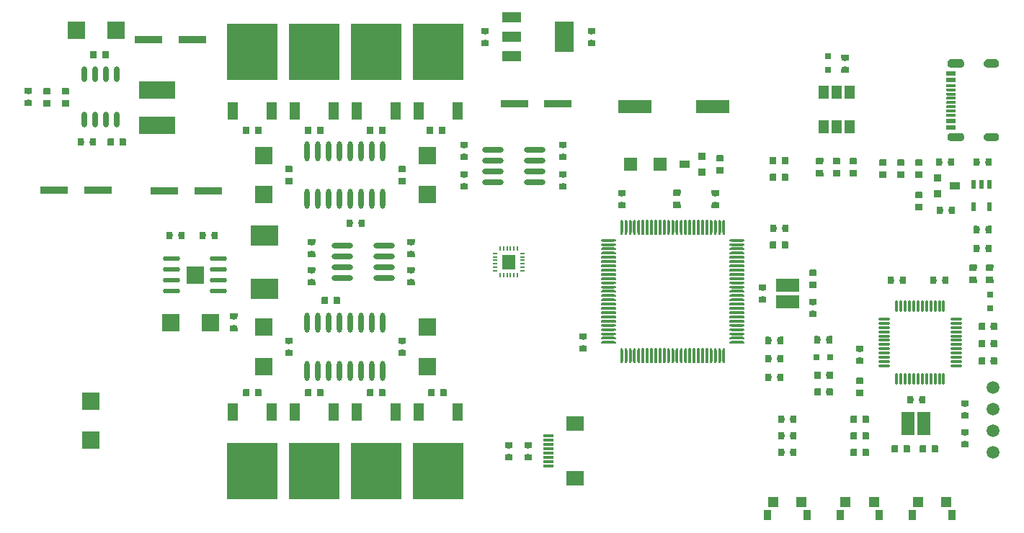
<source format=gtp>
G04*
G04 #@! TF.GenerationSoftware,Altium Limited,Altium Designer,20.1.11 (218)*
G04*
G04 Layer_Color=8421504*
%FSLAX25Y25*%
%MOIN*%
G70*
G04*
G04 #@! TF.SameCoordinates,8D0FCBAB-09EC-4A3B-B863-23265075E7EF*
G04*
G04*
G04 #@! TF.FilePolarity,Positive*
G04*
G01*
G75*
%ADD24R,0.03150X0.03150*%
%ADD25R,0.03543X0.03150*%
%ADD26C,0.05906*%
%ADD27R,0.03150X0.03150*%
%ADD28R,0.07874X0.07874*%
%ADD29R,0.07874X0.07874*%
%ADD30R,0.03150X0.03543*%
%ADD31R,0.06299X0.07087*%
%ADD32O,0.02165X0.00787*%
%ADD33O,0.00787X0.02165*%
%ADD34R,0.15748X0.05906*%
%ADD35R,0.04724X0.06299*%
%ADD36R,0.06000X0.06000*%
%ADD37R,0.05000X0.03600*%
%ADD38R,0.03600X0.03600*%
%ADD39O,0.05906X0.01063*%
%ADD40O,0.01063X0.05906*%
%ADD41R,0.05906X0.10630*%
%ADD42R,0.03540X0.04720*%
%ADD43R,0.04720X0.05120*%
%ADD44O,0.02362X0.09252*%
%ADD45O,0.08024X0.02260*%
%ADD46O,0.06299X0.01181*%
%ADD47O,0.01181X0.06299*%
%ADD48O,0.02480X0.07343*%
%ADD49R,0.04724X0.01181*%
%ADD50R,0.07874X0.07087*%
%ADD51R,0.16930X0.07870*%
%ADD52R,0.04490X0.01970*%
%ADD53R,0.04490X0.01180*%
%ADD54R,0.13071X0.09740*%
%ADD55R,0.12835X0.03583*%
%ADD56R,0.02362X0.03937*%
%ADD57R,0.04724X0.07874*%
%ADD58R,0.23622X0.26378*%
%ADD59R,0.08661X0.14173*%
%ADD60R,0.08661X0.04724*%
%ADD61O,0.09843X0.02756*%
%ADD62R,0.10630X0.05906*%
G36*
X39901Y108167D02*
Y107002D01*
X38744Y105415D01*
X37656D01*
X36499Y107002D01*
Y108167D01*
X36751Y108419D01*
X39649D01*
X39901Y108167D01*
D02*
G37*
G36*
X-9215D02*
Y107002D01*
X-10372Y105415D01*
X-11460D01*
X-12617Y107002D01*
Y108167D01*
X-12365Y108419D01*
X-9467D01*
X-9215Y108167D01*
D02*
G37*
G36*
X39901Y101349D02*
Y100184D01*
X39649Y99932D01*
X36751D01*
X36499Y100184D01*
Y101349D01*
X37656Y102935D01*
X38744D01*
X39901Y101349D01*
D02*
G37*
G36*
X-9215D02*
Y100184D01*
X-9467Y99932D01*
X-12365D01*
X-12617Y100184D01*
Y101349D01*
X-11460Y102935D01*
X-10372D01*
X-9215Y101349D01*
D02*
G37*
G36*
X-185112Y97449D02*
Y94551D01*
X-185364Y94299D01*
X-186529D01*
X-188115Y95456D01*
Y96544D01*
X-186529Y97701D01*
X-185364D01*
X-185112Y97449D01*
D02*
G37*
G36*
X-190596Y96544D02*
Y95456D01*
X-192182Y94299D01*
X-193347D01*
X-193599Y94551D01*
Y97449D01*
X-193347Y97701D01*
X-192182D01*
X-190596Y96544D01*
D02*
G37*
G36*
X157201Y95822D02*
Y94657D01*
X156044Y93071D01*
X154956D01*
X153799Y94657D01*
Y95822D01*
X154051Y96074D01*
X156949D01*
X157201Y95822D01*
D02*
G37*
G36*
X225936Y93480D02*
X226490Y92926D01*
X226790Y92202D01*
Y91418D01*
X226490Y90694D01*
X225936Y90140D01*
X225212Y89840D01*
X221278D01*
X220554Y90140D01*
X220000Y90694D01*
X219700Y91418D01*
Y92202D01*
X220000Y92926D01*
X220554Y93480D01*
X221278Y93780D01*
X225212D01*
X225936Y93480D01*
D02*
G37*
G36*
X209876D02*
X210430Y92926D01*
X210730Y92202D01*
Y91418D01*
X210430Y90694D01*
X209876Y90140D01*
X209152Y89840D01*
X204428D01*
X203704Y90140D01*
X203150Y90694D01*
X202850Y91418D01*
Y92202D01*
X203150Y92926D01*
X203704Y93480D01*
X204428Y93780D01*
X209152D01*
X209876Y93480D01*
D02*
G37*
G36*
X157201Y89004D02*
Y87839D01*
X156949Y87587D01*
X154051D01*
X153799Y87839D01*
Y89004D01*
X154956Y90591D01*
X156044D01*
X157201Y89004D01*
D02*
G37*
G36*
X206800Y86410D02*
X202310D01*
Y88380D01*
X206800D01*
Y86410D01*
D02*
G37*
G36*
Y83260D02*
X202310D01*
Y85230D01*
X206800D01*
Y83260D01*
D02*
G37*
G36*
Y81100D02*
X202310D01*
Y82280D01*
X206800D01*
Y81100D01*
D02*
G37*
G36*
Y79130D02*
X202310D01*
Y80310D01*
X206800D01*
Y79130D01*
D02*
G37*
G36*
X-220599Y80383D02*
Y79218D01*
X-221756Y77632D01*
X-222844D01*
X-224001Y79218D01*
Y80383D01*
X-223749Y80635D01*
X-220851D01*
X-220599Y80383D01*
D02*
G37*
G36*
X-203399Y80322D02*
Y79157D01*
X-204556Y77571D01*
X-205644D01*
X-206801Y79157D01*
Y80322D01*
X-206549Y80574D01*
X-203651D01*
X-203399Y80322D01*
D02*
G37*
G36*
X-211999D02*
Y79157D01*
X-213156Y77571D01*
X-214244D01*
X-215401Y79157D01*
Y80322D01*
X-215149Y80574D01*
X-212251D01*
X-211999Y80322D01*
D02*
G37*
G36*
X206800Y77160D02*
X202310D01*
Y78340D01*
X206800D01*
Y77160D01*
D02*
G37*
G36*
Y75190D02*
X202310D01*
Y76370D01*
X206800D01*
Y75190D01*
D02*
G37*
G36*
Y73230D02*
X202310D01*
Y74410D01*
X206800D01*
Y73230D01*
D02*
G37*
G36*
X-220599Y73565D02*
Y72400D01*
X-220851Y72148D01*
X-223749D01*
X-224001Y72400D01*
Y73565D01*
X-222844Y75151D01*
X-221756D01*
X-220599Y73565D01*
D02*
G37*
G36*
X-203399Y73504D02*
Y72339D01*
X-203651Y72087D01*
X-206549D01*
X-206801Y72339D01*
Y73504D01*
X-205644Y75090D01*
X-204556D01*
X-203399Y73504D01*
D02*
G37*
G36*
X-211999D02*
Y72339D01*
X-212251Y72087D01*
X-215149D01*
X-215401Y72339D01*
Y73504D01*
X-214244Y75090D01*
X-213156D01*
X-211999Y73504D01*
D02*
G37*
G36*
X206800Y71260D02*
X202310D01*
Y72440D01*
X206800D01*
Y71260D01*
D02*
G37*
G36*
Y69290D02*
X202310D01*
Y70470D01*
X206800D01*
Y69290D01*
D02*
G37*
G36*
Y67320D02*
X202310D01*
Y68500D01*
X206800D01*
Y67320D01*
D02*
G37*
G36*
Y64370D02*
X202310D01*
Y66340D01*
X206800D01*
Y64370D01*
D02*
G37*
G36*
Y61220D02*
X202310D01*
Y63190D01*
X206800D01*
Y61220D01*
D02*
G37*
G36*
X-29412Y62449D02*
Y59551D01*
X-29664Y59299D01*
X-30829D01*
X-32415Y60456D01*
Y61544D01*
X-30829Y62701D01*
X-29664D01*
X-29412Y62449D01*
D02*
G37*
G36*
X-34896Y61544D02*
Y60456D01*
X-36482Y59299D01*
X-37647D01*
X-37899Y59551D01*
Y62449D01*
X-37647Y62701D01*
X-36482D01*
X-34896Y61544D01*
D02*
G37*
G36*
X-57075Y62449D02*
Y59551D01*
X-57327Y59299D01*
X-58492D01*
X-60078Y60456D01*
Y61544D01*
X-58492Y62701D01*
X-57327D01*
X-57075Y62449D01*
D02*
G37*
G36*
X-62559Y61544D02*
Y60456D01*
X-64145Y59299D01*
X-65310D01*
X-65562Y59551D01*
Y62449D01*
X-65310Y62701D01*
X-64145D01*
X-62559Y61544D01*
D02*
G37*
G36*
X-85742Y62449D02*
Y59551D01*
X-85994Y59299D01*
X-87159D01*
X-88745Y60456D01*
Y61544D01*
X-87159Y62701D01*
X-85994D01*
X-85742Y62449D01*
D02*
G37*
G36*
X-91225Y61544D02*
Y60456D01*
X-92812Y59299D01*
X-93977D01*
X-94229Y59551D01*
Y62449D01*
X-93977Y62701D01*
X-92812D01*
X-91225Y61544D01*
D02*
G37*
G36*
X-114409Y62449D02*
Y59551D01*
X-114661Y59299D01*
X-115826D01*
X-117412Y60456D01*
Y61544D01*
X-115826Y62701D01*
X-114661D01*
X-114409Y62449D01*
D02*
G37*
G36*
X-119892Y61544D02*
Y60456D01*
X-121478Y59299D01*
X-122643D01*
X-122895Y59551D01*
Y62449D01*
X-122643Y62701D01*
X-121478D01*
X-119892Y61544D01*
D02*
G37*
G36*
X225936Y59460D02*
X226490Y58906D01*
X226790Y58182D01*
Y57398D01*
X226490Y56674D01*
X225936Y56120D01*
X225212Y55820D01*
X221278D01*
X220554Y56120D01*
X220000Y56674D01*
X219700Y57398D01*
Y58182D01*
X220000Y58906D01*
X220554Y59460D01*
X221278Y59760D01*
X225212D01*
X225936Y59460D01*
D02*
G37*
G36*
X209876D02*
X210430Y58906D01*
X210730Y58182D01*
Y57398D01*
X210430Y56674D01*
X209876Y56120D01*
X209152Y55820D01*
X204428D01*
X203704Y56120D01*
X203150Y56674D01*
X202850Y57398D01*
Y58182D01*
X203150Y58906D01*
X203704Y59460D01*
X204428Y59760D01*
X209152D01*
X209876Y59460D01*
D02*
G37*
G36*
X-177101Y56949D02*
Y54051D01*
X-177353Y53799D01*
X-178518D01*
X-180104Y54956D01*
Y56044D01*
X-178518Y57201D01*
X-177353D01*
X-177101Y56949D01*
D02*
G37*
G36*
X-182585Y56044D02*
Y54956D01*
X-184171Y53799D01*
X-185336D01*
X-185588Y54051D01*
Y56949D01*
X-185336Y57201D01*
X-184171D01*
X-182585Y56044D01*
D02*
G37*
G36*
X-191012Y56949D02*
Y54051D01*
X-191264Y53799D01*
X-192429D01*
X-194015Y54956D01*
Y56044D01*
X-192429Y57201D01*
X-191264D01*
X-191012Y56949D01*
D02*
G37*
G36*
X-196496Y56044D02*
Y54956D01*
X-198082Y53799D01*
X-199247D01*
X-199499Y54051D01*
Y56949D01*
X-199247Y57201D01*
X-198082D01*
X-196496Y56044D01*
D02*
G37*
G36*
X26801Y55436D02*
Y54271D01*
X25644Y52685D01*
X24556D01*
X23399Y54271D01*
Y55436D01*
X23651Y55688D01*
X26549D01*
X26801Y55436D01*
D02*
G37*
G36*
X-19002D02*
Y54271D01*
X-20159Y52685D01*
X-21247D01*
X-22404Y54271D01*
Y55436D01*
X-22152Y55688D01*
X-19254D01*
X-19002Y55436D01*
D02*
G37*
G36*
X26801Y48618D02*
Y47453D01*
X26549Y47201D01*
X23651D01*
X23399Y47453D01*
Y48618D01*
X24556Y50204D01*
X25644D01*
X26801Y48618D01*
D02*
G37*
G36*
X-19002D02*
Y47453D01*
X-19254Y47201D01*
X-22152D01*
X-22404Y47453D01*
Y48618D01*
X-21247Y50204D01*
X-20159D01*
X-19002Y48618D01*
D02*
G37*
G36*
X99301Y49322D02*
Y48157D01*
X98144Y46571D01*
X97056D01*
X95899Y48157D01*
Y49322D01*
X96151Y49574D01*
X99049D01*
X99301Y49322D01*
D02*
G37*
G36*
X129260Y48462D02*
Y45564D01*
X129008Y45312D01*
X127843D01*
X126257Y46469D01*
Y47557D01*
X127843Y48714D01*
X129008D01*
X129260Y48462D01*
D02*
G37*
G36*
X123777Y47557D02*
Y46469D01*
X122191Y45312D01*
X121026D01*
X120774Y45564D01*
Y48462D01*
X121026Y48714D01*
X122191D01*
X123777Y47557D01*
D02*
G37*
G36*
X161034Y47869D02*
Y46705D01*
X159878Y45118D01*
X158789D01*
X157633Y46705D01*
Y47869D01*
X157885Y48121D01*
X160782D01*
X161034Y47869D01*
D02*
G37*
G36*
X153260D02*
Y46705D01*
X152103Y45118D01*
X151015D01*
X149858Y46705D01*
Y47869D01*
X150110Y48121D01*
X153008D01*
X153260Y47869D01*
D02*
G37*
G36*
X145485D02*
Y46705D01*
X144328Y45118D01*
X143240D01*
X142083Y46705D01*
Y47869D01*
X142335Y48121D01*
X145233D01*
X145485Y47869D01*
D02*
G37*
G36*
X191349Y47320D02*
Y46155D01*
X190192Y44569D01*
X189104D01*
X187947Y46155D01*
Y47320D01*
X188199Y47572D01*
X191097D01*
X191349Y47320D01*
D02*
G37*
G36*
X183064Y47259D02*
Y46094D01*
X181908Y44508D01*
X180819D01*
X179663Y46094D01*
Y47259D01*
X179915Y47511D01*
X182812D01*
X183064Y47259D01*
D02*
G37*
G36*
X174801D02*
Y46094D01*
X173644Y44508D01*
X172556D01*
X171399Y46094D01*
Y47259D01*
X171651Y47511D01*
X174549D01*
X174801Y47259D01*
D02*
G37*
G36*
X223466Y47633D02*
Y44735D01*
X223214Y44483D01*
X222049D01*
X220463Y45640D01*
Y46729D01*
X222049Y47885D01*
X223214D01*
X223466Y47633D01*
D02*
G37*
G36*
X217982Y46729D02*
Y45640D01*
X216396Y44483D01*
X215231D01*
X214979Y44735D01*
Y47633D01*
X215231Y47885D01*
X216396D01*
X217982Y46729D01*
D02*
G37*
G36*
X206047Y47633D02*
Y44735D01*
X205795Y44483D01*
X204630D01*
X203044Y45640D01*
Y46729D01*
X204630Y47885D01*
X205795D01*
X206047Y47633D01*
D02*
G37*
G36*
X200563Y46729D02*
Y45640D01*
X198977Y44483D01*
X197812D01*
X197560Y44735D01*
Y47633D01*
X197812Y47885D01*
X198977D01*
X200563Y46729D01*
D02*
G37*
G36*
X-47671Y44306D02*
Y43141D01*
X-48828Y41555D01*
X-49916D01*
X-51073Y43141D01*
Y44306D01*
X-50821Y44558D01*
X-47923D01*
X-47671Y44306D01*
D02*
G37*
G36*
X-100051D02*
Y43141D01*
X-101208Y41555D01*
X-102296D01*
X-103453Y43141D01*
Y44306D01*
X-103201Y44558D01*
X-100303D01*
X-100051Y44306D01*
D02*
G37*
G36*
X99301Y42504D02*
Y41339D01*
X99049Y41087D01*
X96151D01*
X95899Y41339D01*
Y42504D01*
X97056Y44090D01*
X98144D01*
X99301Y42504D01*
D02*
G37*
G36*
X161034Y41052D02*
Y39887D01*
X160782Y39635D01*
X157885D01*
X157633Y39887D01*
Y41052D01*
X158789Y42638D01*
X159878D01*
X161034Y41052D01*
D02*
G37*
G36*
X153260D02*
Y39887D01*
X153008Y39635D01*
X150110D01*
X149858Y39887D01*
Y41052D01*
X151015Y42638D01*
X152103D01*
X153260Y41052D01*
D02*
G37*
G36*
X145485D02*
Y39887D01*
X145233Y39635D01*
X142335D01*
X142083Y39887D01*
Y41052D01*
X143240Y42638D01*
X144328D01*
X145485Y41052D01*
D02*
G37*
G36*
X191349Y40502D02*
Y39337D01*
X191097Y39085D01*
X188199D01*
X187947Y39337D01*
Y40502D01*
X189104Y42088D01*
X190192D01*
X191349Y40502D01*
D02*
G37*
G36*
X26801Y41836D02*
Y40671D01*
X25644Y39085D01*
X24556D01*
X23399Y40671D01*
Y41836D01*
X23651Y42088D01*
X26549D01*
X26801Y41836D01*
D02*
G37*
G36*
X-19002D02*
Y40671D01*
X-20159Y39085D01*
X-21247D01*
X-22404Y40671D01*
Y41836D01*
X-22152Y42088D01*
X-19254D01*
X-19002Y41836D01*
D02*
G37*
G36*
X183064Y40441D02*
Y39276D01*
X182812Y39024D01*
X179915D01*
X179663Y39276D01*
Y40441D01*
X180819Y42027D01*
X181908D01*
X183064Y40441D01*
D02*
G37*
G36*
X174801D02*
Y39276D01*
X174549Y39024D01*
X171651D01*
X171399Y39276D01*
Y40441D01*
X172556Y42027D01*
X173644D01*
X174801Y40441D01*
D02*
G37*
G36*
X129260Y40687D02*
Y37789D01*
X129008Y37537D01*
X127843D01*
X126257Y38694D01*
Y39783D01*
X127843Y40939D01*
X129008D01*
X129260Y40687D01*
D02*
G37*
G36*
X123777Y39783D02*
Y38694D01*
X122191Y37537D01*
X121026D01*
X120774Y37789D01*
Y40687D01*
X121026Y40939D01*
X122191D01*
X123777Y39783D01*
D02*
G37*
G36*
X-47671Y37488D02*
Y36323D01*
X-47923Y36071D01*
X-50821D01*
X-51073Y36323D01*
Y37488D01*
X-49916Y39075D01*
X-48828D01*
X-47671Y37488D01*
D02*
G37*
G36*
X-100051D02*
Y36323D01*
X-100303Y36071D01*
X-103201D01*
X-103453Y36323D01*
Y37488D01*
X-102296Y39075D01*
X-101208D01*
X-100051Y37488D01*
D02*
G37*
G36*
X26801Y35018D02*
Y33853D01*
X26549Y33601D01*
X23651D01*
X23399Y33853D01*
Y35018D01*
X24556Y36604D01*
X25644D01*
X26801Y35018D01*
D02*
G37*
G36*
X-19002D02*
Y33853D01*
X-19254Y33601D01*
X-22152D01*
X-22404Y33853D01*
Y35018D01*
X-21247Y36604D01*
X-20159D01*
X-19002Y35018D01*
D02*
G37*
G36*
X79501Y33197D02*
Y32032D01*
X78344Y30446D01*
X77256D01*
X76099Y32032D01*
Y33197D01*
X76351Y33449D01*
X79249D01*
X79501Y33197D01*
D02*
G37*
G36*
X97201Y33136D02*
Y31971D01*
X96044Y30385D01*
X94956D01*
X93799Y31971D01*
Y33136D01*
X94051Y33388D01*
X96949D01*
X97201Y33136D01*
D02*
G37*
G36*
X53901D02*
Y31971D01*
X52744Y30385D01*
X51656D01*
X50499Y31971D01*
Y33136D01*
X50751Y33388D01*
X53649D01*
X53901Y33136D01*
D02*
G37*
G36*
X191349Y32331D02*
Y31166D01*
X190192Y29580D01*
X189104D01*
X187947Y31166D01*
Y32331D01*
X188199Y32583D01*
X191097D01*
X191349Y32331D01*
D02*
G37*
G36*
X79501Y26379D02*
Y25214D01*
X79249Y24962D01*
X76351D01*
X76099Y25214D01*
Y26379D01*
X77256Y27965D01*
X78344D01*
X79501Y26379D01*
D02*
G37*
G36*
X97201Y26318D02*
Y25153D01*
X96949Y24901D01*
X94051D01*
X93799Y25153D01*
Y26318D01*
X94956Y27904D01*
X96044D01*
X97201Y26318D01*
D02*
G37*
G36*
X53901D02*
Y25153D01*
X53649Y24901D01*
X50751D01*
X50499Y25153D01*
Y26318D01*
X51656Y27904D01*
X52744D01*
X53901Y26318D01*
D02*
G37*
G36*
X191349Y25513D02*
Y24348D01*
X191097Y24096D01*
X188199D01*
X187947Y24348D01*
Y25513D01*
X189104Y27099D01*
X190192D01*
X191349Y25513D01*
D02*
G37*
G36*
X206347Y25433D02*
Y22535D01*
X206095Y22283D01*
X204930D01*
X203344Y23440D01*
Y24529D01*
X204930Y25685D01*
X206095D01*
X206347Y25433D01*
D02*
G37*
G36*
X200863Y24529D02*
Y23440D01*
X199277Y22283D01*
X198112D01*
X197860Y22535D01*
Y25433D01*
X198112Y25685D01*
X199277D01*
X200863Y24529D01*
D02*
G37*
G36*
X-66651Y19455D02*
Y16557D01*
X-66903Y16306D01*
X-68068D01*
X-69654Y17462D01*
Y18551D01*
X-68068Y19707D01*
X-66903D01*
X-66651Y19455D01*
D02*
G37*
G36*
X-72135Y18551D02*
Y17462D01*
X-73721Y16306D01*
X-74886D01*
X-75138Y16557D01*
Y19455D01*
X-74886Y19707D01*
X-73721D01*
X-72135Y18551D01*
D02*
G37*
G36*
X129321Y17102D02*
Y14205D01*
X129069Y13953D01*
X127904D01*
X126318Y15109D01*
Y16198D01*
X127904Y17354D01*
X129069D01*
X129321Y17102D01*
D02*
G37*
G36*
X123838Y16198D02*
Y15109D01*
X122252Y13953D01*
X121087D01*
X120835Y14205D01*
Y17102D01*
X121087Y17354D01*
X122252D01*
X123838Y16198D01*
D02*
G37*
G36*
X223466Y16533D02*
Y13635D01*
X223214Y13383D01*
X222049D01*
X220463Y14540D01*
Y15629D01*
X222049Y16785D01*
X223214D01*
X223466Y16533D01*
D02*
G37*
G36*
X217982Y15629D02*
Y14540D01*
X216396Y13383D01*
X215231D01*
X214979Y13635D01*
Y16533D01*
X215231Y16785D01*
X216396D01*
X217982Y15629D01*
D02*
G37*
G36*
X99702Y19716D02*
X100048Y19370D01*
Y19126D01*
Y13220D01*
X100048Y12976D01*
X99702Y12630D01*
X99213D01*
X98867Y12976D01*
X98867Y13220D01*
Y19126D01*
Y19370D01*
X99213Y19716D01*
X99702Y19716D01*
D02*
G37*
G36*
X98080Y19370D02*
Y19126D01*
Y13220D01*
Y12975D01*
X97734Y12630D01*
X97245D01*
X96899Y12976D01*
X96899Y13220D01*
Y19126D01*
Y19370D01*
X97245Y19716D01*
X97734D01*
X98080Y19370D01*
D02*
G37*
G36*
X95765Y19716D02*
X96111Y19370D01*
Y19126D01*
Y13220D01*
Y12976D01*
X95765Y12630D01*
X95276D01*
X94930Y12976D01*
X94930Y13220D01*
Y19126D01*
Y19370D01*
X95276Y19716D01*
X95765Y19716D01*
D02*
G37*
G36*
X94143Y19370D02*
Y19126D01*
X94143Y13220D01*
X94143Y12975D01*
X93797Y12630D01*
X93308D01*
X92962Y12976D01*
X92962Y13220D01*
Y19126D01*
Y19370D01*
X93308Y19716D01*
X93797D01*
X94143Y19370D01*
D02*
G37*
G36*
X90205Y19370D02*
X90205Y19126D01*
Y13220D01*
X90205Y12976D01*
X89859Y12630D01*
X89370Y12630D01*
X89024Y12975D01*
Y13220D01*
Y19126D01*
Y19370D01*
X89370Y19716D01*
X89859Y19716D01*
X90205Y19370D01*
D02*
G37*
G36*
X86268D02*
Y19126D01*
Y13220D01*
Y12976D01*
X85922Y12630D01*
X85433D01*
X85087Y12975D01*
Y13220D01*
Y19126D01*
Y19370D01*
X85433Y19716D01*
X85922D01*
X86268Y19370D01*
D02*
G37*
G36*
X81985Y19716D02*
X82331Y19370D01*
Y19126D01*
Y13220D01*
X82331Y12976D01*
X81985Y12630D01*
X81496D01*
X81150Y12975D01*
X81150Y13220D01*
Y19126D01*
X81150Y19370D01*
X81496Y19716D01*
X81985Y19716D01*
D02*
G37*
G36*
X80363Y19370D02*
Y19126D01*
Y13220D01*
Y12975D01*
X80017Y12630D01*
X79528D01*
X79182Y12976D01*
Y13220D01*
Y19126D01*
Y19370D01*
X79528Y19716D01*
X80017Y19716D01*
X80363Y19370D01*
D02*
G37*
G36*
X78048Y19716D02*
X78394Y19370D01*
Y19126D01*
Y13220D01*
X78394Y12976D01*
X78048Y12630D01*
X77559D01*
X77213Y12976D01*
X77213Y13220D01*
Y19126D01*
Y19370D01*
X77559Y19716D01*
X78048Y19716D01*
D02*
G37*
G36*
X76425Y19370D02*
Y19126D01*
Y13220D01*
X76425Y12976D01*
X76079Y12630D01*
X75590D01*
X75244Y12975D01*
Y13220D01*
Y19126D01*
Y19370D01*
X75590Y19716D01*
X76079D01*
X76425Y19370D01*
D02*
G37*
G36*
X74111Y19716D02*
X74457Y19370D01*
Y19126D01*
Y13220D01*
Y12976D01*
X74111Y12630D01*
X73622D01*
X73276Y12976D01*
X73276Y13220D01*
Y19126D01*
Y19370D01*
X73622Y19716D01*
X74111Y19716D01*
D02*
G37*
G36*
X72488Y19370D02*
Y19126D01*
Y13220D01*
X72488Y12976D01*
X72142Y12630D01*
X71653D01*
X71307Y12975D01*
Y13220D01*
Y19126D01*
Y19370D01*
X71653Y19716D01*
X72142D01*
X72488Y19370D01*
D02*
G37*
G36*
X68551D02*
Y19126D01*
Y13220D01*
X68551Y12976D01*
X68205Y12630D01*
X67716D01*
X67370Y12975D01*
Y13220D01*
Y19126D01*
Y19370D01*
X67716Y19716D01*
X68205Y19716D01*
X68551Y19370D01*
D02*
G37*
G36*
X58709Y19370D02*
Y19126D01*
Y13220D01*
Y12975D01*
X58363Y12630D01*
X57874D01*
X57528Y12976D01*
X57528Y13220D01*
Y19126D01*
X57528Y19370D01*
X57874Y19716D01*
X58363Y19716D01*
X58709Y19370D01*
D02*
G37*
G36*
X56741Y19370D02*
Y19126D01*
Y13220D01*
X56741Y12976D01*
X56395Y12630D01*
X55906D01*
X55560Y12975D01*
Y13220D01*
Y19126D01*
Y19370D01*
X55906Y19716D01*
X56395D01*
X56741Y19370D01*
D02*
G37*
G36*
X54772Y19370D02*
Y19126D01*
Y13220D01*
Y12975D01*
X54426Y12630D01*
X53937D01*
X53591Y12976D01*
Y13220D01*
Y19126D01*
Y19370D01*
X53937Y19716D01*
X54426Y19716D01*
X54772Y19370D01*
D02*
G37*
G36*
X52804Y19370D02*
Y19126D01*
Y13220D01*
X52804Y12976D01*
X52458Y12630D01*
X51969D01*
X51623Y12975D01*
Y13220D01*
Y19126D01*
Y19370D01*
X51969Y19716D01*
X52458D01*
X52804Y19370D01*
D02*
G37*
G36*
X91828Y19716D02*
X92174Y19370D01*
X92174Y19126D01*
Y13220D01*
X92174Y12976D01*
X91828Y12630D01*
X91339Y12630D01*
X90993Y12976D01*
X90993Y13220D01*
Y19126D01*
Y19370D01*
X91339Y19716D01*
X91828Y19716D01*
D02*
G37*
G36*
X87891D02*
X88237Y19370D01*
Y19126D01*
Y13220D01*
X88237Y12976D01*
X87891Y12630D01*
X87402Y12630D01*
X87056Y12976D01*
X87056Y13220D01*
Y19126D01*
Y19370D01*
X87402Y19716D01*
X87891Y19716D01*
D02*
G37*
G36*
X84300Y19370D02*
Y19126D01*
Y13220D01*
Y12975D01*
X83954Y12630D01*
X83465Y12630D01*
X83119Y12976D01*
X83119Y13220D01*
Y19126D01*
X83119Y19370D01*
X83465Y19716D01*
X83954Y19716D01*
X84300Y19370D01*
D02*
G37*
G36*
X70174Y19716D02*
X70520Y19370D01*
Y19126D01*
Y13220D01*
X70520Y12976D01*
X70174Y12630D01*
X69685Y12630D01*
X69339Y12976D01*
X69339Y13220D01*
Y19126D01*
Y19370D01*
X69685Y19716D01*
X70174Y19716D01*
D02*
G37*
G36*
X66237D02*
X66583Y19370D01*
Y19126D01*
X66583Y13220D01*
Y12976D01*
X66237Y12630D01*
X65748Y12630D01*
X65402Y12976D01*
X65402Y13220D01*
Y19126D01*
Y19370D01*
X65748Y19716D01*
X66237Y19716D01*
D02*
G37*
G36*
X64615Y19370D02*
Y19126D01*
Y13220D01*
X64615Y12976D01*
X64269Y12630D01*
X63780Y12630D01*
X63434Y12976D01*
Y13220D01*
Y19126D01*
Y19370D01*
X63780Y19716D01*
X64269Y19716D01*
X64615Y19370D01*
D02*
G37*
G36*
X62646Y19370D02*
Y19126D01*
Y13220D01*
Y12975D01*
X62300Y12630D01*
X61811Y12630D01*
X61465Y12976D01*
X61465Y13220D01*
Y19126D01*
Y19370D01*
X61811Y19716D01*
X62300D01*
X62646Y19370D01*
D02*
G37*
G36*
X60678Y19370D02*
Y19126D01*
Y13220D01*
X60678Y12976D01*
X60332Y12630D01*
X59843Y12630D01*
X59497Y12976D01*
Y13220D01*
X59497Y19126D01*
Y19370D01*
X59843Y19716D01*
X60332Y19716D01*
X60678Y19370D01*
D02*
G37*
G36*
X-134628Y13801D02*
Y10903D01*
X-134880Y10651D01*
X-136045D01*
X-137631Y11808D01*
Y12896D01*
X-136045Y14053D01*
X-134880D01*
X-134628Y13801D01*
D02*
G37*
G36*
X-140111Y12896D02*
Y11808D01*
X-141698Y10651D01*
X-142863D01*
X-143115Y10903D01*
Y13801D01*
X-142863Y14053D01*
X-141698D01*
X-140111Y12896D01*
D02*
G37*
G36*
X-149928Y13801D02*
Y10903D01*
X-150180Y10651D01*
X-151345D01*
X-152931Y11808D01*
Y12896D01*
X-151345Y14053D01*
X-150180D01*
X-149928Y13801D01*
D02*
G37*
G36*
X-155412Y12896D02*
Y11808D01*
X-156998Y10651D01*
X-158163D01*
X-158415Y10903D01*
Y13801D01*
X-158163Y14053D01*
X-156998D01*
X-155412Y12896D01*
D02*
G37*
G36*
X49655Y10316D02*
X49655Y9826D01*
X49309Y9480D01*
X49064Y9480D01*
X42914D01*
X42568Y9826D01*
Y10316D01*
X42914Y10661D01*
X49309D01*
X49655Y10316D01*
D02*
G37*
G36*
X108757Y10661D02*
X109103Y10316D01*
X109103Y9826D01*
X108757Y9480D01*
X108512Y9480D01*
X102607Y9480D01*
X102365Y9483D01*
X102024Y9829D01*
X102024Y10313D01*
X102365Y10658D01*
X102607Y10661D01*
Y10661D01*
X108512D01*
X108757Y10661D01*
D02*
G37*
G36*
X-43499Y10447D02*
Y9282D01*
X-44656Y7696D01*
X-45744D01*
X-46901Y9282D01*
Y10447D01*
X-46649Y10699D01*
X-43751D01*
X-43499Y10447D01*
D02*
G37*
G36*
X-89499D02*
Y9282D01*
X-90656Y7696D01*
X-91744D01*
X-92901Y9282D01*
Y10447D01*
X-92649Y10699D01*
X-89751D01*
X-89499Y10447D01*
D02*
G37*
G36*
X102607Y8693D02*
X108757D01*
X109103Y8348D01*
X109103Y7858D01*
X108757Y7512D01*
X102362D01*
X102016Y7858D01*
X102016Y8348D01*
X102362Y8693D01*
X102607Y8693D01*
D02*
G37*
G36*
X49655Y8348D02*
X49655Y7858D01*
X49309Y7512D01*
X42914D01*
X42568Y7858D01*
Y8348D01*
X42914Y8693D01*
X49064D01*
X49309Y8693D01*
X49655Y8348D01*
D02*
G37*
G36*
X129260Y9349D02*
Y6451D01*
X129008Y6199D01*
X127843D01*
X126257Y7356D01*
Y8444D01*
X127843Y9601D01*
X129008D01*
X129260Y9349D01*
D02*
G37*
G36*
X123777Y8444D02*
Y7356D01*
X122191Y6199D01*
X121026D01*
X120774Y6451D01*
Y9349D01*
X121026Y9601D01*
X122191D01*
X123777Y8444D01*
D02*
G37*
G36*
X108757Y6724D02*
X109103Y6379D01*
Y5889D01*
X108757Y5543D01*
X102362D01*
X102016Y5889D01*
X102016Y6379D01*
X102362Y6724D01*
X108512D01*
X108757Y6724D01*
D02*
G37*
G36*
X49655Y6379D02*
X49655Y5889D01*
X49309Y5543D01*
X42914D01*
X42568Y5889D01*
Y6379D01*
X42914Y6724D01*
X49309D01*
X49655Y6379D01*
D02*
G37*
G36*
X223466Y7833D02*
Y4935D01*
X223214Y4683D01*
X222049D01*
X220463Y5840D01*
Y6928D01*
X222049Y8085D01*
X223214D01*
X223466Y7833D01*
D02*
G37*
G36*
X217982Y6928D02*
Y5840D01*
X216396Y4683D01*
X215231D01*
X214979Y4935D01*
Y7833D01*
X215231Y8085D01*
X216396D01*
X217982Y6928D01*
D02*
G37*
G36*
X108757Y4756D02*
X109103Y4411D01*
Y3921D01*
X108757Y3575D01*
X108512Y3575D01*
X102362D01*
X102016Y3921D01*
X102016Y4411D01*
X102362Y4756D01*
X108512D01*
X108757Y4756D01*
D02*
G37*
G36*
X49655Y4411D02*
Y3921D01*
X49309Y3575D01*
X42914D01*
X42568Y3921D01*
Y4411D01*
X42914Y4756D01*
X43159D01*
X49064Y4756D01*
X49309D01*
X49655Y4411D01*
D02*
G37*
G36*
X-43499Y3629D02*
Y2464D01*
X-43751Y2212D01*
X-46649D01*
X-46901Y2464D01*
Y3629D01*
X-45744Y5215D01*
X-44656D01*
X-43499Y3629D01*
D02*
G37*
G36*
X-89499D02*
Y2464D01*
X-89751Y2212D01*
X-92649D01*
X-92901Y2464D01*
Y3629D01*
X-91744Y5215D01*
X-90656D01*
X-89499Y3629D01*
D02*
G37*
G36*
X49655Y2441D02*
X49655Y1952D01*
X49309Y1606D01*
X42914D01*
X42568Y1952D01*
X42568Y2441D01*
X42914Y2788D01*
X49064D01*
X49309Y2788D01*
X49655Y2441D01*
D02*
G37*
G36*
X108757Y2788D02*
X109103Y2441D01*
Y1952D01*
X108757Y1606D01*
X108512Y1606D01*
X102362D01*
X102016Y1952D01*
X102016Y2441D01*
X102362Y2788D01*
X108512D01*
X108757Y2788D01*
D02*
G37*
G36*
X109103Y474D02*
X109103Y-16D01*
X108757Y-362D01*
X108512Y-362D01*
Y-362D01*
X102607D01*
Y-362D01*
X102362Y-362D01*
X102016Y-16D01*
X102016Y473D01*
X102362Y819D01*
X102607Y819D01*
X102607Y819D01*
X108512D01*
X108757Y819D01*
X109103Y474D01*
D02*
G37*
G36*
X49064Y819D02*
X49309D01*
X49655Y472D01*
Y-17D01*
X49309Y-363D01*
X42914D01*
X42568Y-17D01*
X42568Y472D01*
X42914Y819D01*
X43159D01*
X49064Y819D01*
D02*
G37*
G36*
X49655Y-1496D02*
X49655Y-1985D01*
X49309Y-2331D01*
X43159D01*
X42914Y-2331D01*
X42568Y-1985D01*
X42568Y-1496D01*
X42914Y-1149D01*
X49064D01*
X49309Y-1149D01*
X49655Y-1496D01*
D02*
G37*
G36*
X102607Y-1149D02*
X108512Y-1149D01*
X108757Y-1149D01*
X109103Y-1495D01*
X109103Y-1985D01*
X108757Y-2331D01*
X108512D01*
Y-2331D01*
X102607D01*
X102362Y-2331D01*
X102016Y-1985D01*
Y-1495D01*
X102362Y-1149D01*
X102607Y-1149D01*
D02*
G37*
G36*
X224182Y-1369D02*
Y-2534D01*
X223025Y-4120D01*
X221937D01*
X220780Y-2534D01*
Y-1369D01*
X221032Y-1117D01*
X223930D01*
X224182Y-1369D01*
D02*
G37*
G36*
X216501Y-1453D02*
Y-2618D01*
X215344Y-4204D01*
X214256D01*
X213099Y-2618D01*
Y-1453D01*
X213351Y-1201D01*
X216249D01*
X216501Y-1453D01*
D02*
G37*
G36*
X109103Y-3463D02*
X109103Y-3953D01*
X108757Y-4299D01*
X108512Y-4299D01*
X102362D01*
X102016Y-3953D01*
X102016Y-3463D01*
X102362Y-3118D01*
X102607Y-3118D01*
X108757D01*
X109103Y-3463D01*
D02*
G37*
G36*
X49309Y-3118D02*
X49655Y-3464D01*
X49655Y-3954D01*
X49309Y-4300D01*
X49064Y-4300D01*
X42914D01*
X42568Y-3954D01*
X42568Y-3464D01*
X42914Y-3118D01*
X49064D01*
X49309Y-3118D01*
D02*
G37*
G36*
X49655Y-5432D02*
X49655Y-5922D01*
X49309Y-6268D01*
X49064D01*
X43159Y-6268D01*
X42914D01*
X42568Y-5922D01*
X42568Y-5432D01*
X42914Y-5086D01*
X43159D01*
X49064Y-5086D01*
X49309Y-5086D01*
X49655Y-5432D01*
D02*
G37*
G36*
X-43499Y-2653D02*
Y-3818D01*
X-44656Y-5404D01*
X-45744D01*
X-46901Y-3818D01*
Y-2653D01*
X-46649Y-2401D01*
X-43751D01*
X-43499Y-2653D01*
D02*
G37*
G36*
X-89499D02*
Y-3818D01*
X-90656Y-5404D01*
X-91744D01*
X-92901Y-3818D01*
Y-2653D01*
X-92649Y-2401D01*
X-89751D01*
X-89499Y-2653D01*
D02*
G37*
G36*
X102607Y-5085D02*
X108512D01*
X108757Y-5085D01*
X109103Y-5432D01*
X109103Y-5921D01*
X108757Y-6267D01*
X108512Y-6267D01*
X102607D01*
X102362Y-6267D01*
X102016Y-5921D01*
X102016Y-5431D01*
X102362Y-5085D01*
X102607Y-5085D01*
D02*
G37*
G36*
X142341Y-3801D02*
Y-4966D01*
X141185Y-6552D01*
X140096D01*
X138939Y-4966D01*
Y-3801D01*
X139191Y-3549D01*
X142089D01*
X142341Y-3801D01*
D02*
G37*
G36*
X108757Y-7055D02*
X109103Y-7401D01*
X109103Y-7890D01*
X108757Y-8236D01*
X108512Y-8236D01*
X102607Y-8236D01*
X102365Y-8232D01*
X102024Y-7887D01*
Y-7403D01*
X102365Y-7058D01*
X102607Y-7055D01*
X108512D01*
X108757Y-7055D01*
D02*
G37*
G36*
X49655Y-7401D02*
X49655Y-7891D01*
X49309Y-8237D01*
X43159D01*
X42914Y-8237D01*
X42568Y-7891D01*
Y-7401D01*
X42914Y-7056D01*
X49309D01*
X49655Y-7401D01*
D02*
G37*
G36*
X224182Y-8187D02*
Y-9352D01*
X223930Y-9604D01*
X221032D01*
X220780Y-9352D01*
Y-8187D01*
X221937Y-6600D01*
X223025D01*
X224182Y-8187D01*
D02*
G37*
G36*
X216501Y-8271D02*
Y-9436D01*
X216249Y-9688D01*
X213351D01*
X213099Y-9436D01*
Y-8271D01*
X214256Y-6685D01*
X215344D01*
X216501Y-8271D01*
D02*
G37*
G36*
X203399Y-7051D02*
Y-9949D01*
X203147Y-10201D01*
X201982D01*
X200396Y-9044D01*
Y-7956D01*
X201982Y-6799D01*
X203147D01*
X203399Y-7051D01*
D02*
G37*
G36*
X197915Y-7956D02*
Y-9044D01*
X196329Y-10201D01*
X195164D01*
X194912Y-9949D01*
Y-7051D01*
X195164Y-6799D01*
X196329D01*
X197915Y-7956D01*
D02*
G37*
G36*
X183799Y-7051D02*
Y-9949D01*
X183547Y-10201D01*
X182382D01*
X180796Y-9044D01*
Y-7956D01*
X182382Y-6799D01*
X183547D01*
X183799Y-7051D01*
D02*
G37*
G36*
X178315Y-7956D02*
Y-9044D01*
X176729Y-10201D01*
X175564D01*
X175312Y-9949D01*
Y-7051D01*
X175564Y-6799D01*
X176729D01*
X178315Y-7956D01*
D02*
G37*
G36*
X108757Y-9023D02*
X109103Y-9369D01*
X109103Y-9858D01*
X108757Y-10204D01*
X102607D01*
X102362Y-10204D01*
X102016Y-9858D01*
X102016Y-9369D01*
X102362Y-9023D01*
X108512D01*
X108757Y-9023D01*
D02*
G37*
G36*
X49655Y-9369D02*
X49655Y-9859D01*
X49309Y-10205D01*
X49064Y-10205D01*
X42914D01*
X42568Y-9859D01*
X42568Y-9369D01*
X42914Y-9024D01*
X49309D01*
X49655Y-9369D01*
D02*
G37*
G36*
X-43499Y-9471D02*
Y-10636D01*
X-43751Y-10888D01*
X-46649D01*
X-46901Y-10636D01*
Y-9471D01*
X-45744Y-7885D01*
X-44656D01*
X-43499Y-9471D01*
D02*
G37*
G36*
X-89499D02*
Y-10636D01*
X-89751Y-10888D01*
X-92649D01*
X-92901Y-10636D01*
Y-9471D01*
X-91744Y-7885D01*
X-90656D01*
X-89499Y-9471D01*
D02*
G37*
G36*
X142341Y-10619D02*
Y-11784D01*
X142089Y-12036D01*
X139191D01*
X138939Y-11784D01*
Y-10619D01*
X140096Y-9032D01*
X141185D01*
X142341Y-10619D01*
D02*
G37*
G36*
X109103Y-11338D02*
Y-11827D01*
X108757Y-12173D01*
X108512Y-12173D01*
X102362D01*
X102016Y-11827D01*
Y-11338D01*
X102362Y-10992D01*
X108512D01*
X108757Y-10992D01*
X109103Y-11338D01*
D02*
G37*
G36*
X49309Y-10993D02*
X49655Y-11338D01*
X49655Y-11828D01*
X49309Y-12174D01*
X49064Y-12174D01*
X42914D01*
X42568Y-11828D01*
Y-11338D01*
X42914Y-10993D01*
X49064D01*
X49309Y-10993D01*
D02*
G37*
G36*
X119148Y-10585D02*
Y-11750D01*
X117991Y-13336D01*
X116903D01*
X115746Y-11750D01*
Y-10585D01*
X115998Y-10333D01*
X118896D01*
X119148Y-10585D01*
D02*
G37*
G36*
X108757Y-12959D02*
X109103Y-13306D01*
Y-13795D01*
X108757Y-14141D01*
X102362D01*
X102016Y-13795D01*
X102016Y-13306D01*
X102362Y-12959D01*
X108512D01*
X108757Y-12959D01*
D02*
G37*
G36*
X49655Y-13307D02*
Y-13797D01*
X49309Y-14143D01*
X49064Y-14143D01*
X43159D01*
X42914Y-14143D01*
X42568Y-13797D01*
X42568Y-13307D01*
X42914Y-12961D01*
X49309D01*
X49655Y-13307D01*
D02*
G37*
G36*
X109103Y-15274D02*
Y-15764D01*
X108757Y-16110D01*
X102362D01*
X102016Y-15764D01*
Y-15274D01*
X102362Y-14929D01*
X108512D01*
X108757Y-14929D01*
X109103Y-15274D01*
D02*
G37*
G36*
X49655Y-15276D02*
X49655Y-15765D01*
X49309Y-16111D01*
X49064Y-16111D01*
X42914D01*
X42568Y-15765D01*
Y-15276D01*
X42914Y-14930D01*
X49309D01*
X49655Y-15276D01*
D02*
G37*
G36*
X109103Y-17243D02*
X109103Y-17733D01*
X108757Y-18079D01*
X108512Y-18079D01*
X102607D01*
X102365Y-18076D01*
X102024Y-17730D01*
X102024Y-17246D01*
X102365Y-16901D01*
X102607Y-16898D01*
Y-16898D01*
X108512Y-16897D01*
X108757Y-16897D01*
X109103Y-17243D01*
D02*
G37*
G36*
X49655Y-17244D02*
Y-17734D01*
X49309Y-18080D01*
X42914D01*
X42568Y-17734D01*
X42568Y-17244D01*
X42914Y-16898D01*
X49309D01*
X49655Y-17244D01*
D02*
G37*
G36*
X119148Y-17402D02*
Y-18567D01*
X118896Y-18819D01*
X115998D01*
X115746Y-18567D01*
Y-17402D01*
X116903Y-15816D01*
X117991D01*
X119148Y-17402D01*
D02*
G37*
G36*
X-78112Y-16351D02*
Y-19249D01*
X-78364Y-19501D01*
X-79529D01*
X-81115Y-18344D01*
Y-17256D01*
X-79529Y-16099D01*
X-78364D01*
X-78112Y-16351D01*
D02*
G37*
G36*
X-83596Y-17256D02*
Y-18344D01*
X-85182Y-19501D01*
X-86347D01*
X-86599Y-19249D01*
Y-16351D01*
X-86347Y-16099D01*
X-85182D01*
X-83596Y-17256D01*
D02*
G37*
G36*
X109103Y-19211D02*
X109103Y-19701D01*
X108757Y-20047D01*
X108512Y-20047D01*
X102607D01*
X102362Y-20047D01*
X102016Y-19701D01*
X102016Y-19211D01*
X102362Y-18866D01*
X102607Y-18866D01*
X102607Y-18866D01*
X108512D01*
X108757Y-18866D01*
X109103Y-19211D01*
D02*
G37*
G36*
X49655Y-19212D02*
X49655Y-19702D01*
X49309Y-20048D01*
X42914D01*
X42568Y-19702D01*
Y-19212D01*
X42914Y-18867D01*
X49064D01*
X49309Y-18867D01*
X49655Y-19212D01*
D02*
G37*
G36*
X142362Y-17307D02*
Y-18472D01*
X141206Y-20058D01*
X140117D01*
X138961Y-18472D01*
Y-17307D01*
X139213Y-17055D01*
X142110D01*
X142362Y-17307D01*
D02*
G37*
G36*
X49655Y-21181D02*
Y-21671D01*
X49309Y-22017D01*
X42914D01*
X42568Y-21671D01*
Y-21181D01*
X42914Y-20835D01*
X43159D01*
X49064Y-20835D01*
X49309Y-20835D01*
X49655Y-21181D01*
D02*
G37*
G36*
X108512Y-20834D02*
X108757Y-20834D01*
X109103Y-21180D01*
X109103Y-21670D01*
X108757Y-22016D01*
X108512Y-22016D01*
Y-22016D01*
X102607D01*
X102362Y-22016D01*
X102016Y-21670D01*
X102016Y-21180D01*
X102362Y-20834D01*
X102607D01*
X108512Y-20834D01*
D02*
G37*
G36*
X108757Y-22803D02*
X109103Y-23148D01*
X109103Y-23638D01*
X108757Y-23984D01*
X108512Y-23984D01*
X102607Y-23984D01*
X102362D01*
X102016Y-23638D01*
Y-23148D01*
X102362Y-22803D01*
X108512D01*
X108757Y-22803D01*
D02*
G37*
G36*
X49655Y-23149D02*
X49655Y-23639D01*
X49309Y-23985D01*
X42914D01*
X42568Y-23639D01*
X42568Y-23149D01*
X42914Y-22804D01*
X49064D01*
X49309Y-22804D01*
X49655Y-23149D01*
D02*
G37*
G36*
X108757Y-24771D02*
X109103Y-25117D01*
X109103Y-25607D01*
X108757Y-25953D01*
X108512Y-25953D01*
X102607Y-25953D01*
X102362Y-25953D01*
X102016Y-25607D01*
X102016Y-25117D01*
X102362Y-24771D01*
X102607Y-24771D01*
X108512Y-24771D01*
X108757Y-24771D01*
D02*
G37*
G36*
X142362Y-24124D02*
Y-25289D01*
X142110Y-25541D01*
X139213D01*
X138961Y-25289D01*
Y-24124D01*
X140117Y-22538D01*
X141206D01*
X142362Y-24124D01*
D02*
G37*
G36*
X49309Y-24771D02*
X49655Y-25117D01*
X49655Y-25607D01*
X49309Y-25953D01*
X49064Y-25953D01*
X42914D01*
X42568Y-25607D01*
X42568Y-25117D01*
X42914Y-24771D01*
X49064D01*
X49309Y-24771D01*
D02*
G37*
G36*
X-125499Y-23878D02*
Y-25043D01*
X-126656Y-26629D01*
X-127744D01*
X-128901Y-25043D01*
Y-23878D01*
X-128649Y-23626D01*
X-125751D01*
X-125499Y-23878D01*
D02*
G37*
G36*
X49655Y-27086D02*
X49655Y-27576D01*
X49309Y-27922D01*
X49064D01*
X43159Y-27922D01*
X42914D01*
X42568Y-27576D01*
X42568Y-27086D01*
X42914Y-26741D01*
X43159Y-26741D01*
X49064D01*
X49309Y-26741D01*
X49655Y-27086D01*
D02*
G37*
G36*
X108757Y-26739D02*
X109103Y-27086D01*
X109103Y-27575D01*
X108757Y-27921D01*
X108512Y-27921D01*
X102607Y-27921D01*
X102365Y-27918D01*
X102024Y-27572D01*
X102024Y-27088D01*
X102365Y-26743D01*
X102607Y-26739D01*
Y-26739D01*
X108512D01*
X108757Y-26739D01*
D02*
G37*
G36*
X109103Y-29054D02*
X109103Y-29544D01*
X108757Y-29890D01*
X108512Y-29890D01*
X102362D01*
X102016Y-29544D01*
X102016Y-29054D01*
X102362Y-28708D01*
X108757D01*
X109103Y-29054D01*
D02*
G37*
G36*
X49655D02*
X49655Y-29544D01*
X49309Y-29890D01*
X49064Y-29890D01*
X42914D01*
X42568Y-29544D01*
X42568Y-29054D01*
X42914Y-28708D01*
X49309D01*
X49655Y-29054D01*
D02*
G37*
G36*
X225818Y-28335D02*
Y-31233D01*
X225566Y-31485D01*
X224401D01*
X222815Y-30329D01*
Y-29240D01*
X224401Y-28083D01*
X225566D01*
X225818Y-28335D01*
D02*
G37*
G36*
X220334Y-29240D02*
Y-30329D01*
X218748Y-31485D01*
X217583D01*
X217331Y-31233D01*
Y-28335D01*
X217583Y-28083D01*
X218748D01*
X220334Y-29240D01*
D02*
G37*
G36*
X49655Y-31023D02*
X49655Y-31513D01*
X49309Y-31859D01*
X49064D01*
X43159Y-31859D01*
X42914D01*
X42568Y-31513D01*
X42568Y-31023D01*
X42914Y-30678D01*
X49309D01*
X49655Y-31023D01*
D02*
G37*
G36*
X109103Y-31023D02*
Y-31513D01*
X108757Y-31859D01*
X108512Y-31859D01*
X102607Y-31859D01*
X102362Y-31859D01*
X102016Y-31513D01*
X102016Y-31023D01*
X102362Y-30678D01*
X108512D01*
X108757Y-30678D01*
X109103Y-31023D01*
D02*
G37*
G36*
X-125499Y-30696D02*
Y-31861D01*
X-125751Y-32113D01*
X-128649D01*
X-128901Y-31861D01*
Y-30696D01*
X-127744Y-29110D01*
X-126656D01*
X-125499Y-30696D01*
D02*
G37*
G36*
X109103Y-32991D02*
Y-33481D01*
X108757Y-33827D01*
X108512Y-33827D01*
X102362D01*
X102016Y-33481D01*
Y-32991D01*
X102362Y-32645D01*
X108512D01*
X108757Y-32645D01*
X109103Y-32991D01*
D02*
G37*
G36*
X49655D02*
Y-33481D01*
X49309Y-33827D01*
X49064Y-33827D01*
X43159D01*
X42914Y-33827D01*
X42568Y-33481D01*
X42568Y-32991D01*
X42914Y-32645D01*
X49309D01*
X49655Y-32991D01*
D02*
G37*
G36*
X109103Y-34960D02*
X109103Y-35450D01*
X108757Y-35796D01*
X102607D01*
X102362Y-35796D01*
X102016Y-35450D01*
X102016Y-34960D01*
X102362Y-34615D01*
X108757D01*
X109103Y-34960D01*
D02*
G37*
G36*
X49655D02*
X49655Y-35450D01*
X49309Y-35796D01*
X49064Y-35796D01*
X42914D01*
X42568Y-35450D01*
X42568Y-34960D01*
X42914Y-34615D01*
X49309D01*
X49655Y-34960D01*
D02*
G37*
G36*
X36101Y-33264D02*
Y-34429D01*
X34944Y-36015D01*
X33856D01*
X32699Y-34429D01*
Y-33264D01*
X32951Y-33012D01*
X35849D01*
X36101Y-33264D01*
D02*
G37*
G36*
X149758Y-34451D02*
Y-37349D01*
X149506Y-37601D01*
X148341D01*
X146755Y-36444D01*
Y-35356D01*
X148341Y-34199D01*
X149506D01*
X149758Y-34451D01*
D02*
G37*
G36*
X144274Y-35356D02*
Y-36444D01*
X142688Y-37601D01*
X141523D01*
X141271Y-37349D01*
Y-34451D01*
X141523Y-34199D01*
X142688D01*
X144274Y-35356D01*
D02*
G37*
G36*
X43159Y-36582D02*
X49309D01*
X49655Y-36928D01*
Y-37418D01*
X49309Y-37764D01*
X42914D01*
X42568Y-37418D01*
X42568Y-36928D01*
X42914Y-36582D01*
X43159Y-36582D01*
D02*
G37*
G36*
X109103Y-36928D02*
X109103Y-37418D01*
X108757Y-37764D01*
X108512Y-37764D01*
Y-37764D01*
X102607D01*
X102365Y-37761D01*
X102024Y-37416D01*
Y-36931D01*
X102365Y-36586D01*
X102607Y-36583D01*
X108512Y-36582D01*
X108757Y-36582D01*
X109103Y-36928D01*
D02*
G37*
G36*
X127143Y-34777D02*
Y-37674D01*
X126891Y-37927D01*
X125726D01*
X124140Y-36770D01*
Y-35681D01*
X125726Y-34525D01*
X126891D01*
X127143Y-34777D01*
D02*
G37*
G36*
X121660Y-35681D02*
Y-36770D01*
X120074Y-37927D01*
X118909D01*
X118657Y-37674D01*
Y-34777D01*
X118909Y-34525D01*
X120074D01*
X121660Y-35681D01*
D02*
G37*
G36*
X-47692Y-35255D02*
Y-36420D01*
X-48849Y-38006D01*
X-49938D01*
X-51094Y-36420D01*
Y-35255D01*
X-50842Y-35003D01*
X-47945D01*
X-47692Y-35255D01*
D02*
G37*
G36*
X-100072D02*
Y-36420D01*
X-101229Y-38006D01*
X-102318D01*
X-103474Y-36420D01*
Y-35255D01*
X-103222Y-35003D01*
X-100324D01*
X-100072Y-35255D01*
D02*
G37*
G36*
X225818Y-36335D02*
Y-39233D01*
X225566Y-39485D01*
X224401D01*
X222815Y-38328D01*
Y-37240D01*
X224401Y-36083D01*
X225566D01*
X225818Y-36335D01*
D02*
G37*
G36*
X220334Y-37240D02*
Y-38328D01*
X218748Y-39485D01*
X217583D01*
X217331Y-39233D01*
Y-36335D01*
X217583Y-36083D01*
X218748D01*
X220334Y-37240D01*
D02*
G37*
G36*
X70521Y-40078D02*
X70521Y-40322D01*
Y-46228D01*
X70521Y-46472D01*
X70175Y-46818D01*
X69686Y-46819D01*
X69340Y-46472D01*
X69340Y-46228D01*
Y-40322D01*
X69340Y-40322D01*
X69340Y-40078D01*
X69686Y-39732D01*
X70175Y-39732D01*
X70521Y-40078D01*
D02*
G37*
G36*
X90206D02*
X90206Y-40322D01*
X90206Y-46228D01*
X90206Y-46472D01*
X89860Y-46819D01*
X89371Y-46819D01*
X89025Y-46473D01*
X89025Y-46228D01*
X89025Y-46228D01*
Y-40322D01*
X89025Y-40322D01*
X89025Y-40078D01*
X89371Y-39732D01*
X89860Y-39732D01*
X90206Y-40078D01*
D02*
G37*
G36*
X36101Y-40082D02*
Y-41247D01*
X35849Y-41499D01*
X32951D01*
X32699Y-41247D01*
Y-40082D01*
X33856Y-38496D01*
X34944D01*
X36101Y-40082D01*
D02*
G37*
G36*
X163985Y-38953D02*
Y-40118D01*
X162829Y-41704D01*
X161740D01*
X160583Y-40118D01*
Y-38953D01*
X160836Y-38701D01*
X163733D01*
X163985Y-38953D01*
D02*
G37*
G36*
X-47692Y-42073D02*
Y-43238D01*
X-47945Y-43490D01*
X-50842D01*
X-51094Y-43238D01*
Y-42073D01*
X-49938Y-40486D01*
X-48849D01*
X-47692Y-42073D01*
D02*
G37*
G36*
X-100072D02*
Y-43238D01*
X-100324Y-43490D01*
X-103222D01*
X-103474Y-43238D01*
Y-42073D01*
X-102318Y-40486D01*
X-101229D01*
X-100072Y-42073D01*
D02*
G37*
G36*
X127143Y-43314D02*
Y-46212D01*
X126891Y-46464D01*
X125726D01*
X124140Y-45307D01*
Y-44219D01*
X125726Y-43062D01*
X126891D01*
X127143Y-43314D01*
D02*
G37*
G36*
X121660Y-44219D02*
Y-45307D01*
X120074Y-46464D01*
X118909D01*
X118657Y-46212D01*
Y-43314D01*
X118909Y-43062D01*
X120074D01*
X121660Y-44219D01*
D02*
G37*
G36*
X100045Y-40080D02*
X100048Y-40322D01*
Y-46228D01*
X100048Y-46473D01*
X99702Y-46819D01*
X99213Y-46819D01*
X98867Y-46472D01*
X98867Y-46228D01*
X98867Y-46228D01*
X98867Y-40322D01*
X98867D01*
X98870Y-40080D01*
X99215Y-39739D01*
X99700D01*
X100045Y-40080D01*
D02*
G37*
G36*
X87891Y-39732D02*
X88237Y-40078D01*
X88237Y-40322D01*
X88237Y-46228D01*
X88237Y-46472D01*
X87891Y-46818D01*
X87402Y-46819D01*
X87056Y-46473D01*
X87056Y-46228D01*
X87056D01*
Y-40322D01*
X87056Y-40078D01*
X87402Y-39732D01*
X87891Y-39732D01*
D02*
G37*
G36*
X83955Y-39732D02*
X84301Y-40078D01*
X84301Y-40322D01*
X84301Y-40322D01*
Y-46228D01*
X84301Y-46473D01*
X83955Y-46819D01*
X83466Y-46819D01*
X83120Y-46472D01*
X83120Y-46228D01*
X83120D01*
Y-40322D01*
X83120D01*
X83120Y-40078D01*
X83466Y-39732D01*
X83955Y-39732D01*
D02*
G37*
G36*
X82329Y-40080D02*
X82332Y-40322D01*
Y-46228D01*
X82332Y-46473D01*
X81986Y-46819D01*
X81497Y-46818D01*
X81151Y-46472D01*
X81151Y-46228D01*
X81151Y-46228D01*
X81151Y-40322D01*
X81151Y-40322D01*
X81154Y-40080D01*
X81499Y-39739D01*
X81984Y-39739D01*
X82329Y-40080D01*
D02*
G37*
G36*
X78395Y-40078D02*
Y-40322D01*
Y-46228D01*
Y-46473D01*
X78049Y-46819D01*
X77560D01*
X77214Y-46473D01*
X77214Y-46228D01*
Y-40322D01*
Y-40078D01*
X77560Y-39732D01*
X78049D01*
X78395Y-40078D01*
D02*
G37*
G36*
X72486Y-40080D02*
X72489Y-40322D01*
X72489Y-46228D01*
X72489Y-46472D01*
X72143Y-46819D01*
X71654Y-46819D01*
X71308Y-46473D01*
X71308Y-46228D01*
Y-40322D01*
X71311Y-40080D01*
X71656Y-39739D01*
X72141D01*
X72486Y-40080D01*
D02*
G37*
G36*
X68552Y-40078D02*
Y-40322D01*
X68552Y-46228D01*
X68552Y-46472D01*
X68206Y-46819D01*
X67717Y-46819D01*
X67371Y-46473D01*
X67371Y-46228D01*
Y-40322D01*
Y-40078D01*
X67717Y-39732D01*
X68206Y-39732D01*
X68552Y-40078D01*
D02*
G37*
G36*
X66584Y-40078D02*
Y-40322D01*
Y-46228D01*
X66584Y-46472D01*
X66238Y-46819D01*
X65749Y-46818D01*
X65403Y-46472D01*
X65403Y-46228D01*
Y-46228D01*
X65403Y-40322D01*
Y-40078D01*
X65749Y-39732D01*
X66238Y-39732D01*
X66584Y-40078D01*
D02*
G37*
G36*
X64615Y-40078D02*
Y-40322D01*
Y-46228D01*
X64615Y-46473D01*
X64269Y-46819D01*
X63780Y-46818D01*
X63434Y-46472D01*
X63434Y-46228D01*
X63434Y-46228D01*
X63434Y-40322D01*
Y-40078D01*
X63780Y-39732D01*
X64269Y-39732D01*
X64615Y-40078D01*
D02*
G37*
G36*
X62644Y-40080D02*
X62647Y-40322D01*
X62647Y-46228D01*
X62647Y-46473D01*
X62301Y-46819D01*
X61812Y-46819D01*
X61466Y-46472D01*
X61466Y-46228D01*
X61466D01*
X61466Y-40322D01*
X61469Y-40080D01*
X61814Y-39739D01*
X62299D01*
X62644Y-40080D01*
D02*
G37*
G36*
X56741Y-40078D02*
Y-40322D01*
Y-46228D01*
Y-46473D01*
X56395Y-46819D01*
X55906D01*
X55560Y-46473D01*
X55560Y-46228D01*
Y-40322D01*
Y-40078D01*
X55906Y-39732D01*
X56395D01*
X56741Y-40078D01*
D02*
G37*
G36*
X52801Y-40080D02*
X52804Y-40322D01*
X52804Y-46228D01*
X52804Y-46472D01*
X52458Y-46818D01*
X51969Y-46819D01*
X51623Y-46473D01*
X51623Y-46228D01*
X51623D01*
Y-40322D01*
X51623D01*
X51626Y-40080D01*
X51971Y-39739D01*
X52456D01*
X52801Y-40080D01*
D02*
G37*
G36*
X97734Y-39732D02*
X98080Y-40078D01*
Y-40322D01*
Y-46228D01*
Y-46473D01*
X97734Y-46819D01*
X97245Y-46819D01*
X96899Y-46473D01*
Y-46228D01*
Y-40322D01*
Y-40078D01*
X97245Y-39732D01*
X97734Y-39732D01*
D02*
G37*
G36*
X96111Y-40078D02*
Y-40322D01*
Y-46228D01*
Y-46473D01*
X95765Y-46819D01*
X95276Y-46819D01*
X94930Y-46473D01*
Y-46228D01*
Y-40322D01*
Y-40078D01*
X95276Y-39732D01*
X95765Y-39732D01*
X96111Y-40078D01*
D02*
G37*
G36*
X92174Y-40078D02*
X92174Y-40322D01*
Y-46228D01*
X92174Y-46473D01*
X91828Y-46819D01*
X91339D01*
X90993Y-46473D01*
Y-46228D01*
Y-40322D01*
Y-40078D01*
X91339Y-39732D01*
X91828Y-39732D01*
X92174Y-40078D01*
D02*
G37*
G36*
X76427Y-40078D02*
Y-40322D01*
Y-46228D01*
Y-46473D01*
X76081Y-46819D01*
X75592Y-46819D01*
X75246Y-46473D01*
Y-46228D01*
Y-40322D01*
Y-40078D01*
X75592Y-39732D01*
X76081Y-39732D01*
X76427Y-40078D01*
D02*
G37*
G36*
X74112Y-39732D02*
X74458Y-40078D01*
X74458Y-40322D01*
Y-46228D01*
X74458Y-46473D01*
X74112Y-46819D01*
X73623Y-46819D01*
X73277Y-46473D01*
Y-46228D01*
Y-40322D01*
X73277Y-40078D01*
X73623Y-39732D01*
X74112Y-39732D01*
D02*
G37*
G36*
X58363Y-39732D02*
X58709Y-40078D01*
X58709Y-40322D01*
Y-46228D01*
Y-46473D01*
X58363Y-46819D01*
X57874Y-46819D01*
X57528Y-46473D01*
Y-46228D01*
Y-40322D01*
Y-40078D01*
X57874Y-39732D01*
X58363Y-39732D01*
D02*
G37*
G36*
X54426D02*
X54772Y-40078D01*
Y-40322D01*
Y-46228D01*
Y-46473D01*
X54426Y-46819D01*
X53937Y-46819D01*
X53591Y-46473D01*
Y-46228D01*
Y-40322D01*
Y-40078D01*
X53937Y-39732D01*
X54426Y-39732D01*
D02*
G37*
G36*
X93797D02*
X94143Y-40078D01*
Y-40322D01*
X94143Y-46228D01*
Y-46473D01*
X93797Y-46819D01*
X93308Y-46819D01*
X92962Y-46473D01*
Y-46228D01*
Y-40322D01*
Y-40078D01*
X93308Y-39732D01*
X93797Y-39732D01*
D02*
G37*
G36*
X85923D02*
X86269Y-40078D01*
Y-40322D01*
Y-46228D01*
Y-46473D01*
X85923Y-46819D01*
X85434Y-46819D01*
X85088Y-46473D01*
X85088Y-46228D01*
Y-40322D01*
X85088Y-40078D01*
X85434Y-39732D01*
X85923Y-39732D01*
D02*
G37*
G36*
X80364Y-40078D02*
Y-40322D01*
Y-46228D01*
Y-46473D01*
X80018Y-46819D01*
X79529Y-46819D01*
X79183Y-46473D01*
Y-46228D01*
Y-40322D01*
Y-40078D01*
X79529Y-39732D01*
X80018Y-39732D01*
X80364Y-40078D01*
D02*
G37*
G36*
X60678D02*
Y-40322D01*
Y-46228D01*
Y-46473D01*
X60332Y-46819D01*
X59843Y-46819D01*
X59497Y-46473D01*
X59497Y-46228D01*
X59497Y-40322D01*
Y-40078D01*
X59843Y-39732D01*
X60332D01*
X60678Y-40078D01*
D02*
G37*
G36*
X163985Y-45771D02*
Y-46936D01*
X163733Y-47188D01*
X160836D01*
X160583Y-46936D01*
Y-45771D01*
X161740Y-44185D01*
X162829D01*
X163985Y-45771D01*
D02*
G37*
G36*
X225818Y-44335D02*
Y-47233D01*
X225566Y-47485D01*
X224401D01*
X222815Y-46328D01*
Y-45240D01*
X224401Y-44083D01*
X225566D01*
X225818Y-44335D01*
D02*
G37*
G36*
X220334Y-45240D02*
Y-46328D01*
X218748Y-47485D01*
X217583D01*
X217331Y-47233D01*
Y-44335D01*
X217583Y-44083D01*
X218748D01*
X220334Y-45240D01*
D02*
G37*
G36*
X149819Y-50851D02*
Y-53749D01*
X149567Y-54001D01*
X148402D01*
X146816Y-52844D01*
Y-51756D01*
X148402Y-50599D01*
X149567D01*
X149819Y-50851D01*
D02*
G37*
G36*
X144335Y-51756D02*
Y-52844D01*
X142749Y-54001D01*
X141584D01*
X141332Y-53749D01*
Y-50851D01*
X141584Y-50599D01*
X142749D01*
X144335Y-51756D01*
D02*
G37*
G36*
X127143Y-51851D02*
Y-54749D01*
X126891Y-55001D01*
X125726D01*
X124140Y-53844D01*
Y-52756D01*
X125726Y-51599D01*
X126891D01*
X127143Y-51851D01*
D02*
G37*
G36*
X121660Y-52756D02*
Y-53844D01*
X120074Y-55001D01*
X118909D01*
X118657Y-54749D01*
Y-51851D01*
X118909Y-51599D01*
X120074D01*
X121660Y-52756D01*
D02*
G37*
G36*
X164006Y-53764D02*
Y-54929D01*
X162850Y-56515D01*
X161761D01*
X160605Y-54929D01*
Y-53764D01*
X160857Y-53512D01*
X163754D01*
X164006Y-53764D01*
D02*
G37*
G36*
X149819Y-58651D02*
Y-61549D01*
X149567Y-61801D01*
X148402D01*
X146816Y-60644D01*
Y-59556D01*
X148402Y-58399D01*
X149567D01*
X149819Y-58651D01*
D02*
G37*
G36*
X144335Y-59556D02*
Y-60644D01*
X142749Y-61801D01*
X141584D01*
X141332Y-61549D01*
Y-58651D01*
X141584Y-58399D01*
X142749D01*
X144335Y-59556D01*
D02*
G37*
G36*
X164006Y-60582D02*
Y-61747D01*
X163754Y-61999D01*
X160857D01*
X160605Y-61747D01*
Y-60582D01*
X161761Y-58996D01*
X162850D01*
X164006Y-60582D01*
D02*
G37*
G36*
X-28812Y-59051D02*
Y-61949D01*
X-29064Y-62201D01*
X-30229D01*
X-31815Y-61044D01*
Y-59956D01*
X-30229Y-58799D01*
X-29064D01*
X-28812Y-59051D01*
D02*
G37*
G36*
X-34296Y-59956D02*
Y-61044D01*
X-35882Y-62201D01*
X-37047D01*
X-37299Y-61949D01*
Y-59051D01*
X-37047Y-58799D01*
X-35882D01*
X-34296Y-59956D01*
D02*
G37*
G36*
X-57075Y-59051D02*
Y-61949D01*
X-57327Y-62201D01*
X-58492D01*
X-60078Y-61044D01*
Y-59956D01*
X-58492Y-58799D01*
X-57327D01*
X-57075Y-59051D01*
D02*
G37*
G36*
X-62559Y-59956D02*
Y-61044D01*
X-64145Y-62201D01*
X-65310D01*
X-65562Y-61949D01*
Y-59051D01*
X-65310Y-58799D01*
X-64145D01*
X-62559Y-59956D01*
D02*
G37*
G36*
X-85742Y-59051D02*
Y-61949D01*
X-85994Y-62201D01*
X-87159D01*
X-88745Y-61044D01*
Y-59956D01*
X-87159Y-58799D01*
X-85994D01*
X-85742Y-59051D01*
D02*
G37*
G36*
X-91225Y-59956D02*
Y-61044D01*
X-92812Y-62201D01*
X-93977D01*
X-94229Y-61949D01*
Y-59051D01*
X-93977Y-58799D01*
X-92812D01*
X-91225Y-59956D01*
D02*
G37*
G36*
X-114409Y-59051D02*
Y-61949D01*
X-114661Y-62201D01*
X-115826D01*
X-117412Y-61044D01*
Y-59956D01*
X-115826Y-58799D01*
X-114661D01*
X-114409Y-59051D01*
D02*
G37*
G36*
X-119892Y-59956D02*
Y-61044D01*
X-121478Y-62201D01*
X-122643D01*
X-122895Y-61949D01*
Y-59051D01*
X-122643Y-58799D01*
X-121478D01*
X-119892Y-59956D01*
D02*
G37*
G36*
X192640Y-62237D02*
Y-65135D01*
X192388Y-65387D01*
X191223D01*
X189637Y-64230D01*
Y-63142D01*
X191223Y-61985D01*
X192388D01*
X192640Y-62237D01*
D02*
G37*
G36*
X187156Y-63142D02*
Y-64230D01*
X185570Y-65387D01*
X184405D01*
X184153Y-65135D01*
Y-62237D01*
X184405Y-61985D01*
X185570D01*
X187156Y-63142D01*
D02*
G37*
G36*
X212701Y-64164D02*
Y-65329D01*
X211544Y-66915D01*
X210456D01*
X209299Y-65329D01*
Y-64164D01*
X209551Y-63912D01*
X212449D01*
X212701Y-64164D01*
D02*
G37*
G36*
Y-70982D02*
Y-72147D01*
X212449Y-72399D01*
X209551D01*
X209299Y-72147D01*
Y-70982D01*
X210456Y-69396D01*
X211544D01*
X212701Y-70982D01*
D02*
G37*
G36*
X166569Y-71251D02*
Y-74149D01*
X166317Y-74401D01*
X165152D01*
X163566Y-73244D01*
Y-72156D01*
X165152Y-70999D01*
X166317D01*
X166569Y-71251D01*
D02*
G37*
G36*
X161085Y-72156D02*
Y-73244D01*
X159499Y-74401D01*
X158334D01*
X158082Y-74149D01*
Y-71251D01*
X158334Y-70999D01*
X159499D01*
X161085Y-72156D01*
D02*
G37*
G36*
X133069Y-71251D02*
Y-74149D01*
X132817Y-74401D01*
X131652D01*
X130066Y-73244D01*
Y-72156D01*
X131652Y-70999D01*
X132817D01*
X133069Y-71251D01*
D02*
G37*
G36*
X127585Y-72156D02*
Y-73244D01*
X125999Y-74401D01*
X124834D01*
X124582Y-74149D01*
Y-71251D01*
X124834Y-70999D01*
X125999D01*
X127585Y-72156D01*
D02*
G37*
G36*
X212680Y-77553D02*
Y-78718D01*
X211523Y-80304D01*
X210434D01*
X209278Y-78718D01*
Y-77553D01*
X209530Y-77301D01*
X212427D01*
X212680Y-77553D01*
D02*
G37*
G36*
X166508Y-78940D02*
Y-81838D01*
X166256Y-82090D01*
X165091D01*
X163505Y-80934D01*
Y-79845D01*
X165091Y-78689D01*
X166256D01*
X166508Y-78940D01*
D02*
G37*
G36*
X161024Y-79845D02*
Y-80934D01*
X159438Y-82090D01*
X158273D01*
X158021Y-81838D01*
Y-78940D01*
X158273Y-78689D01*
X159438D01*
X161024Y-79845D01*
D02*
G37*
G36*
X133008Y-78940D02*
Y-81838D01*
X132756Y-82090D01*
X131591D01*
X130005Y-80934D01*
Y-79845D01*
X131591Y-78689D01*
X132756D01*
X133008Y-78940D01*
D02*
G37*
G36*
X127524Y-79845D02*
Y-80934D01*
X125938Y-82090D01*
X124773D01*
X124521Y-81838D01*
Y-78940D01*
X124773Y-78689D01*
X125938D01*
X127524Y-79845D01*
D02*
G37*
G36*
X212680Y-84371D02*
Y-85536D01*
X212427Y-85788D01*
X209530D01*
X209278Y-85536D01*
Y-84371D01*
X210434Y-82785D01*
X211523D01*
X212680Y-84371D01*
D02*
G37*
G36*
X10601Y-83483D02*
Y-84648D01*
X9444Y-86234D01*
X8356D01*
X7199Y-84648D01*
Y-83483D01*
X7451Y-83231D01*
X10349D01*
X10601Y-83483D01*
D02*
G37*
G36*
X1701D02*
Y-84648D01*
X544Y-86234D01*
X-544D01*
X-1701Y-84648D01*
Y-83483D01*
X-1449Y-83231D01*
X1449D01*
X1701Y-83483D01*
D02*
G37*
G36*
X198551Y-85014D02*
Y-87912D01*
X198299Y-88164D01*
X197134D01*
X195548Y-87007D01*
Y-85919D01*
X197134Y-84762D01*
X198299D01*
X198551Y-85014D01*
D02*
G37*
G36*
X193067Y-85919D02*
Y-87007D01*
X191481Y-88164D01*
X190316D01*
X190064Y-87912D01*
Y-85014D01*
X190316Y-84762D01*
X191481D01*
X193067Y-85919D01*
D02*
G37*
G36*
X185540Y-85036D02*
Y-87933D01*
X185288Y-88185D01*
X184123D01*
X182537Y-87028D01*
Y-85940D01*
X184123Y-84784D01*
X185288D01*
X185540Y-85036D01*
D02*
G37*
G36*
X180056Y-85940D02*
Y-87028D01*
X178470Y-88185D01*
X177305D01*
X177053Y-87933D01*
Y-85036D01*
X177305Y-84784D01*
X178470D01*
X180056Y-85940D01*
D02*
G37*
G36*
X166508Y-86651D02*
Y-89549D01*
X166256Y-89801D01*
X165091D01*
X163505Y-88644D01*
Y-87556D01*
X165091Y-86399D01*
X166256D01*
X166508Y-86651D01*
D02*
G37*
G36*
X161024Y-87556D02*
Y-88644D01*
X159438Y-89801D01*
X158273D01*
X158021Y-89549D01*
Y-86651D01*
X158273Y-86399D01*
X159438D01*
X161024Y-87556D01*
D02*
G37*
G36*
X133008Y-86651D02*
Y-89549D01*
X132756Y-89801D01*
X131591D01*
X130005Y-88644D01*
Y-87556D01*
X131591Y-86399D01*
X132756D01*
X133008Y-86651D01*
D02*
G37*
G36*
X127524Y-87556D02*
Y-88644D01*
X125938Y-89801D01*
X124773D01*
X124521Y-89549D01*
Y-86651D01*
X124773Y-86399D01*
X125938D01*
X127524Y-87556D01*
D02*
G37*
G36*
X10601Y-90301D02*
Y-91466D01*
X10349Y-91717D01*
X7451D01*
X7199Y-91466D01*
Y-90301D01*
X8356Y-88714D01*
X9444D01*
X10601Y-90301D01*
D02*
G37*
G36*
X1701D02*
Y-91466D01*
X1449Y-91717D01*
X-1449D01*
X-1701Y-91466D01*
Y-90301D01*
X-544Y-88714D01*
X544D01*
X1701Y-90301D01*
D02*
G37*
D24*
X147700Y95143D02*
D03*
X147728Y88848D02*
D03*
X222527Y-21411D02*
D03*
X222499Y-15116D02*
D03*
D25*
X155500Y89075D02*
D03*
Y94586D02*
D03*
X97600Y48086D02*
D03*
Y42575D02*
D03*
X162284Y-40189D02*
D03*
Y-45700D02*
D03*
X211000Y-70911D02*
D03*
Y-65400D02*
D03*
X210979Y-84300D02*
D03*
Y-78789D02*
D03*
X162306Y-55000D02*
D03*
Y-60511D02*
D03*
X25100Y35089D02*
D03*
Y40600D02*
D03*
X34400Y-40011D02*
D03*
Y-34500D02*
D03*
X-101773Y-42002D02*
D03*
Y-36491D02*
D03*
X-49393Y-42002D02*
D03*
Y-36491D02*
D03*
X-127200Y-25114D02*
D03*
Y-30625D02*
D03*
X-101752Y43070D02*
D03*
Y37559D02*
D03*
X-10916Y101420D02*
D03*
Y106931D02*
D03*
X-49372Y43070D02*
D03*
Y37559D02*
D03*
X140662Y-18542D02*
D03*
Y-24054D02*
D03*
X140640Y-10548D02*
D03*
Y-5037D02*
D03*
X52200Y26389D02*
D03*
Y31900D02*
D03*
X95500Y26389D02*
D03*
Y31900D02*
D03*
X214800Y-8200D02*
D03*
Y-2689D02*
D03*
X-205100Y73575D02*
D03*
Y79086D02*
D03*
X0Y-90230D02*
D03*
Y-84719D02*
D03*
X-91200Y-9400D02*
D03*
Y-3889D02*
D03*
Y3700D02*
D03*
Y9211D02*
D03*
X-20703Y35089D02*
D03*
Y40600D02*
D03*
Y48689D02*
D03*
Y54200D02*
D03*
X189648Y31095D02*
D03*
Y25584D02*
D03*
X159334Y41123D02*
D03*
Y46634D02*
D03*
X189648Y40573D02*
D03*
Y46084D02*
D03*
X151559Y41123D02*
D03*
Y46634D02*
D03*
X143784Y41123D02*
D03*
Y46634D02*
D03*
X173100Y46023D02*
D03*
Y40512D02*
D03*
X181363Y46023D02*
D03*
Y40512D02*
D03*
X38200Y106931D02*
D03*
Y101420D02*
D03*
X222481Y-2605D02*
D03*
Y-8116D02*
D03*
X117447Y-11820D02*
D03*
Y-17331D02*
D03*
X77800Y26450D02*
D03*
Y31961D02*
D03*
X-222300Y73636D02*
D03*
Y79147D02*
D03*
X-213700Y79086D02*
D03*
Y73575D02*
D03*
X-45200Y-9400D02*
D03*
Y-3889D02*
D03*
Y3700D02*
D03*
Y9211D02*
D03*
X25100Y48689D02*
D03*
Y54200D02*
D03*
X8900Y-84719D02*
D03*
Y-90230D02*
D03*
D26*
X224000Y-88200D02*
D03*
Y-78200D02*
D03*
Y-68200D02*
D03*
Y-58200D02*
D03*
D27*
X142202Y-44100D02*
D03*
X148497Y-44072D02*
D03*
D28*
X-181790Y107300D02*
D03*
X-199900D02*
D03*
X-156200Y-27900D02*
D03*
X-138090D02*
D03*
D29*
X-193500Y-82455D02*
D03*
Y-64345D02*
D03*
X-113300Y-48271D02*
D03*
Y-30161D02*
D03*
X-37650D02*
D03*
Y-48271D02*
D03*
X-145100Y-5900D02*
D03*
X-113300Y49339D02*
D03*
Y31229D02*
D03*
X-37650D02*
D03*
Y49339D02*
D03*
D30*
X120145Y-53300D02*
D03*
X125656D02*
D03*
X127773Y47013D02*
D03*
X122262D02*
D03*
X127773Y39238D02*
D03*
X122262D02*
D03*
X127834Y15653D02*
D03*
X122323D02*
D03*
X127773Y7900D02*
D03*
X122262D02*
D03*
X142820Y-52300D02*
D03*
X148331D02*
D03*
X142820Y-60100D02*
D03*
X148331D02*
D03*
X148270Y-35900D02*
D03*
X142759D02*
D03*
X184052Y-86484D02*
D03*
X178541D02*
D03*
X176800Y-8500D02*
D03*
X182311D02*
D03*
X185641Y-63686D02*
D03*
X191152D02*
D03*
X191552Y-86463D02*
D03*
X197063D02*
D03*
X201911Y-8500D02*
D03*
X196400D02*
D03*
X218819Y-29784D02*
D03*
X224330D02*
D03*
Y-37784D02*
D03*
X218819D02*
D03*
X224330Y-45784D02*
D03*
X218819D02*
D03*
X165020Y-88100D02*
D03*
X159509D02*
D03*
X165020Y-80389D02*
D03*
X159509D02*
D03*
X165081Y-72700D02*
D03*
X159570D02*
D03*
X221978Y6384D02*
D03*
X216467D02*
D03*
X221978Y15084D02*
D03*
X216467D02*
D03*
X131581Y-72700D02*
D03*
X126070D02*
D03*
X120145Y-36226D02*
D03*
X125656D02*
D03*
X120145Y-44763D02*
D03*
X125656D02*
D03*
X216467Y46184D02*
D03*
X221978D02*
D03*
X-192111Y96000D02*
D03*
X-186600D02*
D03*
X-141627Y12352D02*
D03*
X-136116D02*
D03*
X-156927D02*
D03*
X-151416D02*
D03*
X-68139Y18006D02*
D03*
X-73650D02*
D03*
X-85111Y-17800D02*
D03*
X-79600D02*
D03*
X199348Y23984D02*
D03*
X204859D02*
D03*
X204559Y46184D02*
D03*
X199048D02*
D03*
X131520Y-88100D02*
D03*
X126009D02*
D03*
X131520Y-80389D02*
D03*
X126009D02*
D03*
X-184100Y55500D02*
D03*
X-178589D02*
D03*
X-198011D02*
D03*
X-192500D02*
D03*
X-121407Y61000D02*
D03*
X-115896D02*
D03*
X-58563D02*
D03*
X-64074D02*
D03*
X-92741D02*
D03*
X-87230D02*
D03*
X-30900D02*
D03*
X-36411D02*
D03*
X-30300Y-60500D02*
D03*
X-35811D02*
D03*
X-92741D02*
D03*
X-87230D02*
D03*
X-58563D02*
D03*
X-64074D02*
D03*
X-121407D02*
D03*
X-115896D02*
D03*
D31*
X0Y0D02*
D03*
D32*
X-6201Y-3937D02*
D03*
Y-2362D02*
D03*
Y-787D02*
D03*
Y787D02*
D03*
Y2362D02*
D03*
Y3937D02*
D03*
X6201D02*
D03*
Y2362D02*
D03*
Y787D02*
D03*
Y-787D02*
D03*
Y-2362D02*
D03*
Y-3937D02*
D03*
D33*
X-3937Y6201D02*
D03*
X-2362D02*
D03*
X-787D02*
D03*
X787D02*
D03*
X2362D02*
D03*
X3937D02*
D03*
Y-6201D02*
D03*
X2362D02*
D03*
X787D02*
D03*
X-787D02*
D03*
X-2362D02*
D03*
X-3937D02*
D03*
D34*
X94410Y71900D02*
D03*
X58190D02*
D03*
D35*
X157506Y62745D02*
D03*
X151600D02*
D03*
X145695D02*
D03*
Y78497D02*
D03*
X151600D02*
D03*
X157506Y78497D02*
D03*
D36*
X56400Y45300D02*
D03*
X69900D02*
D03*
D37*
X81400Y45350D02*
D03*
X206433Y35235D02*
D03*
D38*
X89400Y41550D02*
D03*
Y49050D02*
D03*
X198433Y31535D02*
D03*
Y39035D02*
D03*
D39*
X173568Y-48027D02*
D03*
X173568Y-46058D02*
D03*
X173568Y-44090D02*
D03*
X173568Y-42121D02*
D03*
X173568Y-40153D02*
D03*
X173568Y-38184D02*
D03*
X173568Y-36216D02*
D03*
X173568Y-34247D02*
D03*
X173568Y-32279D02*
D03*
X173568Y-30310D02*
D03*
X173568Y-28342D02*
D03*
X173568Y-26373D02*
D03*
X207032Y-26373D02*
D03*
X207032Y-28342D02*
D03*
X207032Y-30310D02*
D03*
X207032Y-32279D02*
D03*
X207032Y-34247D02*
D03*
X207032Y-36216D02*
D03*
X207032Y-38184D02*
D03*
X207032Y-40153D02*
D03*
X207032Y-42121D02*
D03*
X207032Y-44090D02*
D03*
X207032Y-46058D02*
D03*
X207032Y-48027D02*
D03*
D40*
X179473Y-20468D02*
D03*
X181442D02*
D03*
X183410D02*
D03*
X185379D02*
D03*
X187347D02*
D03*
X189316D02*
D03*
X191284D02*
D03*
X193253D02*
D03*
X195221D02*
D03*
X197190D02*
D03*
X199158D02*
D03*
X201127D02*
D03*
Y-53932D02*
D03*
X199158D02*
D03*
X197190D02*
D03*
X195221D02*
D03*
X193253D02*
D03*
X191284D02*
D03*
X189316D02*
D03*
X187347D02*
D03*
X185379D02*
D03*
X183410D02*
D03*
X181442D02*
D03*
X179473D02*
D03*
D41*
X184625Y-74684D02*
D03*
X192107D02*
D03*
D42*
X137850Y-117150D02*
D03*
X119740D02*
D03*
X171350D02*
D03*
X153240D02*
D03*
X204850D02*
D03*
X186740D02*
D03*
D43*
X135390Y-111050D02*
D03*
X122200D02*
D03*
X168890D02*
D03*
X155700D02*
D03*
X202390D02*
D03*
X189200D02*
D03*
D44*
X-93252Y-50239D02*
D03*
X-88252Y-50239D02*
D03*
X-83252Y-50239D02*
D03*
X-78252Y-50239D02*
D03*
X-73252D02*
D03*
X-68252Y-50239D02*
D03*
X-63252Y-50239D02*
D03*
X-58252Y-50239D02*
D03*
X-93252Y-28192D02*
D03*
X-88252Y-28192D02*
D03*
X-83252Y-28192D02*
D03*
X-78252Y-28192D02*
D03*
X-73252D02*
D03*
X-68252Y-28192D02*
D03*
X-63252Y-28192D02*
D03*
X-58252Y-28192D02*
D03*
Y51308D02*
D03*
X-63252Y51308D02*
D03*
X-68252Y51308D02*
D03*
X-73252Y51308D02*
D03*
X-78252D02*
D03*
X-83252Y51308D02*
D03*
X-88252Y51308D02*
D03*
X-93252Y51308D02*
D03*
X-58252Y29261D02*
D03*
X-63252Y29261D02*
D03*
X-68252Y29261D02*
D03*
X-73252Y29261D02*
D03*
X-78252D02*
D03*
X-83252Y29261D02*
D03*
X-88252Y29261D02*
D03*
X-93252Y29261D02*
D03*
D45*
X-134198Y-13400D02*
D03*
Y-8400D02*
D03*
Y-3400D02*
D03*
Y1600D02*
D03*
X-156002Y-13400D02*
D03*
Y-8400D02*
D03*
Y-3400D02*
D03*
Y1600D02*
D03*
D46*
X105560Y-37173D02*
D03*
Y-35205D02*
D03*
X105560Y-33236D02*
D03*
Y-31268D02*
D03*
X105560Y-29299D02*
D03*
X105560Y-27331D02*
D03*
X105560Y-25362D02*
D03*
Y-23394D02*
D03*
X105560Y-21425D02*
D03*
Y-19457D02*
D03*
X105560Y-17488D02*
D03*
X105560Y-15519D02*
D03*
Y-13551D02*
D03*
X105560Y-11582D02*
D03*
Y-9614D02*
D03*
X105560Y-7645D02*
D03*
X105560Y-5677D02*
D03*
X105560Y-3708D02*
D03*
Y-1740D02*
D03*
X105560Y229D02*
D03*
Y2197D02*
D03*
X105560Y4166D02*
D03*
X105560Y6134D02*
D03*
X105560Y8103D02*
D03*
Y10071D02*
D03*
X46112D02*
D03*
Y8103D02*
D03*
X46112Y6134D02*
D03*
Y4166D02*
D03*
X46112Y2197D02*
D03*
Y229D02*
D03*
X46112Y-1740D02*
D03*
Y-3708D02*
D03*
X46112Y-5677D02*
D03*
Y-7645D02*
D03*
X46112Y-9614D02*
D03*
Y-11582D02*
D03*
X46112Y-13551D02*
D03*
Y-15519D02*
D03*
X46112Y-17488D02*
D03*
X46112Y-19457D02*
D03*
Y-21425D02*
D03*
X46112Y-23394D02*
D03*
Y-25362D02*
D03*
Y-27331D02*
D03*
Y-29299D02*
D03*
Y-31268D02*
D03*
X46112Y-33236D02*
D03*
X46112Y-35205D02*
D03*
Y-37173D02*
D03*
D47*
X99458Y16173D02*
D03*
X97490D02*
D03*
X95521Y16173D02*
D03*
X93553Y16173D02*
D03*
X91584D02*
D03*
X89616D02*
D03*
X87647D02*
D03*
X85679D02*
D03*
X83710D02*
D03*
X81742Y16173D02*
D03*
X79773Y16173D02*
D03*
X77804Y16173D02*
D03*
X75836D02*
D03*
X73867Y16173D02*
D03*
X71899D02*
D03*
X69930D02*
D03*
X67962D02*
D03*
X65993D02*
D03*
X64025Y16173D02*
D03*
X62056Y16173D02*
D03*
X60088D02*
D03*
X58119Y16173D02*
D03*
X56151D02*
D03*
X54182Y16173D02*
D03*
X52214D02*
D03*
Y-43275D02*
D03*
X54182D02*
D03*
X56151Y-43275D02*
D03*
X58119D02*
D03*
X60088Y-43275D02*
D03*
X62056D02*
D03*
X64025Y-43275D02*
D03*
X65993D02*
D03*
X67962Y-43275D02*
D03*
X69930D02*
D03*
X71899Y-43275D02*
D03*
X73867D02*
D03*
X75836Y-43275D02*
D03*
X77804Y-43275D02*
D03*
X79773Y-43275D02*
D03*
X81742Y-43275D02*
D03*
X83710D02*
D03*
X85679D02*
D03*
X87647D02*
D03*
X89616D02*
D03*
X91584Y-43275D02*
D03*
X93553Y-43275D02*
D03*
X95521D02*
D03*
X97490Y-43275D02*
D03*
X99458D02*
D03*
D48*
X-196400Y65800D02*
D03*
X-191400D02*
D03*
X-186400D02*
D03*
X-181400D02*
D03*
X-196400Y86922D02*
D03*
X-191400D02*
D03*
X-186400D02*
D03*
X-181400D02*
D03*
D49*
X18349Y-94334D02*
D03*
Y-92365D02*
D03*
Y-90397D02*
D03*
Y-88428D02*
D03*
Y-86460D02*
D03*
Y-84491D02*
D03*
Y-82523D02*
D03*
Y-80554D02*
D03*
D50*
X30750Y-100042D02*
D03*
X30751Y-74846D02*
D03*
D51*
X-162600Y79450D02*
D03*
Y63350D02*
D03*
D52*
X204560Y87400D02*
D03*
Y84250D02*
D03*
Y65350D02*
D03*
Y62200D02*
D03*
D53*
Y81690D02*
D03*
X204550Y79720D02*
D03*
X204560Y77750D02*
D03*
Y75780D02*
D03*
Y73820D02*
D03*
Y71850D02*
D03*
Y69880D02*
D03*
X204550Y67910D02*
D03*
D54*
X-113000Y12313D02*
D03*
Y-12513D02*
D03*
D55*
X-210300Y33200D02*
D03*
X-190064D02*
D03*
X-146364Y103000D02*
D03*
X-166600D02*
D03*
X-139146Y32992D02*
D03*
X-159382D02*
D03*
X22754Y73392D02*
D03*
X2517D02*
D03*
D56*
X222372Y25666D02*
D03*
X214892Y25666D02*
D03*
X214892Y35903D02*
D03*
X218632Y35902D02*
D03*
X222372Y35902D02*
D03*
D57*
X-52342Y69972D02*
D03*
X-70295D02*
D03*
X-109676D02*
D03*
X-127628D02*
D03*
X-23676D02*
D03*
X-41628D02*
D03*
X-81009D02*
D03*
X-98962D02*
D03*
X-98962Y-69404D02*
D03*
X-81009D02*
D03*
X-41628D02*
D03*
X-23676D02*
D03*
X-127628D02*
D03*
X-109676D02*
D03*
X-70295D02*
D03*
X-52342D02*
D03*
D58*
X-61240Y97196D02*
D03*
X-118573D02*
D03*
X-32573D02*
D03*
X-89907D02*
D03*
X-90064Y-96628D02*
D03*
X-32731D02*
D03*
X-118731D02*
D03*
X-61397D02*
D03*
D59*
X25794Y104206D02*
D03*
D60*
X1384Y95151D02*
D03*
Y104206D02*
D03*
Y113261D02*
D03*
D61*
X12046Y36900D02*
D03*
Y41900D02*
D03*
Y46900D02*
D03*
Y51900D02*
D03*
X-7246Y36900D02*
D03*
Y41900D02*
D03*
Y46900D02*
D03*
Y51900D02*
D03*
X-57804Y-7394D02*
D03*
Y-2394D02*
D03*
Y2606D02*
D03*
Y7606D02*
D03*
X-77096Y-7394D02*
D03*
Y-2394D02*
D03*
Y2606D02*
D03*
Y7606D02*
D03*
D62*
X128832Y-18319D02*
D03*
Y-10838D02*
D03*
M02*

</source>
